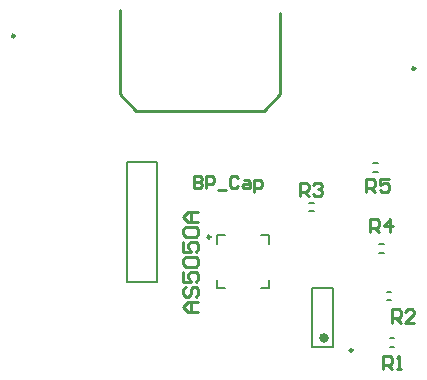
<source format=gto>
G04 Layer_Color=65535*
%FSLAX24Y24*%
%MOIN*%
G70*
G01*
G75*
%ADD20C,0.0100*%
%ADD27C,0.0157*%
%ADD28C,0.0098*%
%ADD29C,0.0079*%
D20*
X-2350Y11880D02*
G03*
X-2350Y11880I-50J0D01*
G01*
X11000Y10790D02*
G03*
X11000Y10790I-50J0D01*
G01*
X6510Y9940D02*
Y12640D01*
X5960Y9390D02*
X6510Y9940D01*
X1710Y9390D02*
X5960D01*
X1160Y9940D02*
X1710Y9390D01*
X1160Y9940D02*
Y12740D01*
X9370Y6670D02*
Y7120D01*
X9595D01*
X9670Y7045D01*
Y6895D01*
X9595Y6820D01*
X9370D01*
X9520D02*
X9670Y6670D01*
X10120Y7120D02*
X9820D01*
Y6895D01*
X9970Y6970D01*
X10045D01*
X10120Y6895D01*
Y6745D01*
X10045Y6670D01*
X9895D01*
X9820Y6745D01*
X9500Y5330D02*
Y5780D01*
X9725D01*
X9800Y5705D01*
Y5555D01*
X9725Y5480D01*
X9500D01*
X9650D02*
X9800Y5330D01*
X10175D02*
Y5780D01*
X9950Y5555D01*
X10250D01*
X9930Y760D02*
Y1210D01*
X10155D01*
X10230Y1135D01*
Y985D01*
X10155Y910D01*
X9930D01*
X10080D02*
X10230Y760D01*
X10380D02*
X10530D01*
X10455D01*
Y1210D01*
X10380Y1135D01*
X10220Y2310D02*
Y2760D01*
X10445D01*
X10520Y2685D01*
Y2535D01*
X10445Y2460D01*
X10220D01*
X10370D02*
X10520Y2310D01*
X10970D02*
X10670D01*
X10970Y2610D01*
Y2685D01*
X10895Y2760D01*
X10745D01*
X10670Y2685D01*
X7150Y6540D02*
Y6990D01*
X7375D01*
X7450Y6915D01*
Y6765D01*
X7375Y6690D01*
X7150D01*
X7300D02*
X7450Y6540D01*
X7600Y6915D02*
X7675Y6990D01*
X7825D01*
X7900Y6915D01*
Y6840D01*
X7825Y6765D01*
X7750D01*
X7825D01*
X7900Y6690D01*
Y6615D01*
X7825Y6540D01*
X7675D01*
X7600Y6615D01*
X3770Y2690D02*
X3437D01*
X3270Y2857D01*
X3437Y3023D01*
X3770D01*
X3520D01*
Y2690D01*
X3353Y3523D02*
X3270Y3440D01*
Y3273D01*
X3353Y3190D01*
X3437D01*
X3520Y3273D01*
Y3440D01*
X3603Y3523D01*
X3687D01*
X3770Y3440D01*
Y3273D01*
X3687Y3190D01*
X3270Y4023D02*
Y3690D01*
X3520D01*
X3437Y3856D01*
Y3940D01*
X3520Y4023D01*
X3687D01*
X3770Y3940D01*
Y3773D01*
X3687Y3690D01*
X3353Y4190D02*
X3270Y4273D01*
Y4439D01*
X3353Y4523D01*
X3687D01*
X3770Y4439D01*
Y4273D01*
X3687Y4190D01*
X3353D01*
X3270Y5023D02*
Y4689D01*
X3520D01*
X3437Y4856D01*
Y4939D01*
X3520Y5023D01*
X3687D01*
X3770Y4939D01*
Y4773D01*
X3687Y4689D01*
X3353Y5189D02*
X3270Y5272D01*
Y5439D01*
X3353Y5522D01*
X3687D01*
X3770Y5439D01*
Y5272D01*
X3687Y5189D01*
X3353D01*
X3770Y5689D02*
X3437D01*
X3270Y5856D01*
X3437Y6022D01*
X3770D01*
X3520D01*
Y5689D01*
X3620Y7200D02*
Y6800D01*
X3820D01*
X3887Y6867D01*
Y6933D01*
X3820Y7000D01*
X3620D01*
X3820D01*
X3887Y7067D01*
Y7133D01*
X3820Y7200D01*
X3620D01*
X4020Y6800D02*
Y7200D01*
X4220D01*
X4286Y7133D01*
Y7000D01*
X4220Y6933D01*
X4020D01*
X4420Y6733D02*
X4686D01*
X5086Y7133D02*
X5020Y7200D01*
X4886D01*
X4820Y7133D01*
Y6867D01*
X4886Y6800D01*
X5020D01*
X5086Y6867D01*
X5286Y7067D02*
X5419D01*
X5486Y7000D01*
Y6800D01*
X5286D01*
X5219Y6867D01*
X5286Y6933D01*
X5486D01*
X5619Y6667D02*
Y7067D01*
X5819D01*
X5886Y7000D01*
Y6867D01*
X5819Y6800D01*
X5619D01*
D27*
X8038Y1811D02*
G03*
X8038Y1811I-79J0D01*
G01*
D28*
X8914Y1395D02*
G03*
X8914Y1395I-49J0D01*
G01*
X4175Y5173D02*
G03*
X4175Y5173I-49J0D01*
G01*
D29*
X9601Y7628D02*
X9759D01*
X9601Y7352D02*
X9759D01*
X9811Y4928D02*
X9969D01*
X9811Y4652D02*
X9969D01*
X1400Y7670D02*
X2400D01*
Y3670D02*
Y7670D01*
X1400Y3670D02*
Y7670D01*
Y3670D02*
X2400D01*
X7566Y3464D02*
X8274D01*
X7566Y1496D02*
X8274D01*
X7566D02*
Y3464D01*
X8274Y1496D02*
Y3464D01*
X7471Y6308D02*
X7629D01*
X7471Y6032D02*
X7629D01*
X4382Y3480D02*
X4657D01*
X4382D02*
Y3756D01*
X5858Y3480D02*
X6134D01*
Y3756D01*
Y4957D02*
Y5232D01*
X5858D02*
X6134D01*
X4382D02*
X4657D01*
X4382Y4957D02*
Y5232D01*
X10151Y1798D02*
X10309D01*
X10151Y1522D02*
X10309D01*
X10051Y3348D02*
X10209D01*
X10051Y3072D02*
X10209D01*
M02*

</source>
